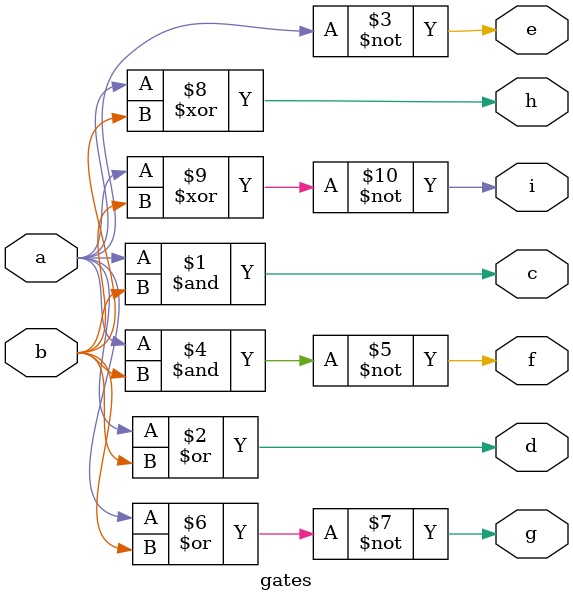
<source format=v>

module gates(a,b,c,d,e,f,g,h,i);
input a,b;
output c,d,e,f,g,h,i;
assign c=a&b;
assign d=a|b;
assign e=~a;
assign f=~(a&b);
assign g=~(a|b);
assign h=a^b;
assign i=~(a^b);
endmodule
</source>
